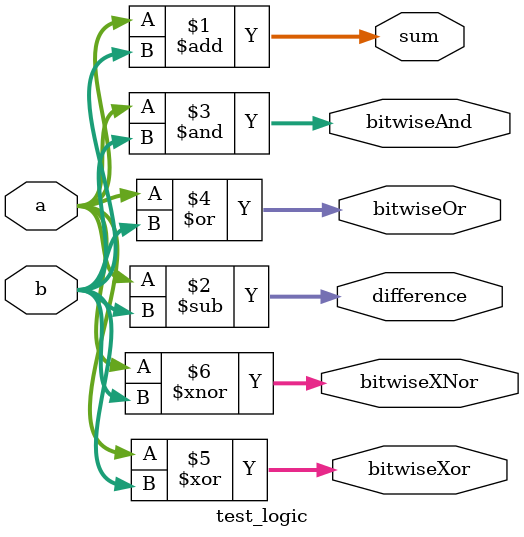
<source format=v>
`timescale 1ns / 1ps



module test_logic(
input [31:0] a,
input [31:0] b,
output [31:0] sum,
output [31:0] difference,
output [31:0] bitwiseAnd,
output [31:0] bitwiseOr,
output [31:0] bitwiseXor,
output [31:0] bitwiseXNor
);
assign sum = a+b;
assign difference = a-b;
assign bitwiseAnd = a & b;
assign bitwiseOr = a | b;
assign bitwiseXor = a ^ b;
assign bitwiseXNor = a ~^ b;
endmodule

</source>
